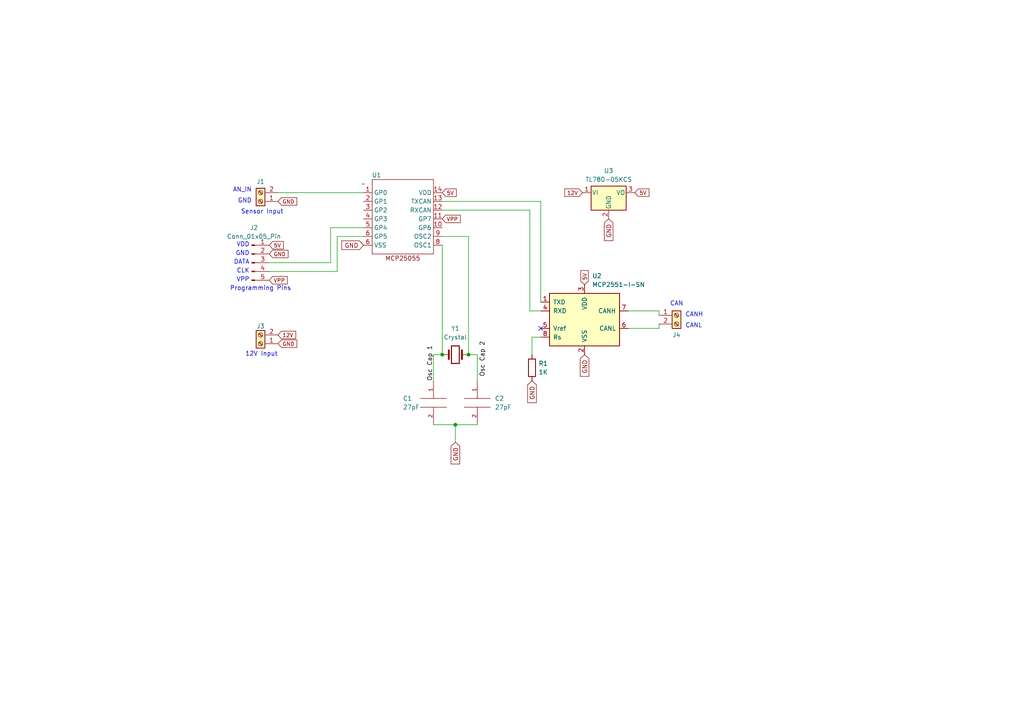
<source format=kicad_sch>
(kicad_sch (version 20230121) (generator eeschema)
  (paper "A4")
  (lib_symbols
    (symbol "Analog_ADC:MCP25055"
      (property "Reference" "U" (at 3.81 2.54 0))
      (symbol "MCP25055_0_1"
        (rectangle (start 2.54 1.27) (end 20.32 -20.32))
      )
      (symbol "MCP25055_1_1"
        (text "MCP25055\n" (at 11.43 -21.59 0) (effects (font (size 1.27 1.27))))
        (pin input line (at 0 -2.54 0) (length 2.54) (name "GP0") (number "1"))
        (pin bidirectional line (at 22.86 -12.7 180) (length 2.54) (name "GP6") (number "10"))
        (pin bidirectional line (at 22.86 -10.16 180) (length 2.54) (name "GP7") (number "11"))
        (pin input line (at 22.86 -7.62 180) (length 2.54) (name "RXCAN") (number "12"))
        (pin output line (at 22.86 -5.08 180) (length 2.54) (name "TXCAN") (number "13"))
        (pin power_in line (at 22.86 -2.54 180) (length 2.54) (name "VDD") (number "14"))
        (pin bidirectional line (at 0 -5.08 0) (length 2.54) (name "GP1") (number "2"))
        (pin bidirectional line (at 0 -7.62 0) (length 2.54) (name "GP2") (number "3"))
        (pin bidirectional line (at 0 -10.16 0) (length 2.54) (name "GP3") (number "4"))
        (pin bidirectional line (at 0 -12.7 0) (length 2.54) (name "GP4") (number "5"))
        (pin bidirectional line (at 0 -15.24 0) (length 2.54) (name "GP5") (number "6"))
        (pin power_in line (at 0 -17.78 0) (length 2.54) (name "VSS") (number "6"))
        (pin input line (at 22.86 -17.78 180) (length 2.54) (name "OSC1") (number "8"))
        (pin input line (at 22.86 -15.24 180) (length 2.54) (name "OSC2") (number "9"))
      )
    )
    (symbol "Connector:Conn_01x05_Pin" (pin_names (offset 1.016) hide)
      (property "Reference" "J" (at 0 7.62 0))
      (property "Value" "Conn_01x05_Pin" (at 0 -7.62 0))
      (symbol "Conn_01x05_Pin_1_1"
        (polyline (pts (xy 1.27 -5.08) (xy 0.8636 -5.08)) (stroke (width 0.1524)))
        (polyline (pts (xy 1.27 -2.54) (xy 0.8636 -2.54)) (stroke (width 0.1524)))
        (polyline (pts (xy 1.27 0) (xy 0.8636 0)) (stroke (width 0.1524)))
        (polyline (pts (xy 1.27 2.54) (xy 0.8636 2.54)) (stroke (width 0.1524)))
        (polyline (pts (xy 1.27 5.08) (xy 0.8636 5.08)) (stroke (width 0.1524)))
        (rectangle (start 0.8636 -4.953) (end 0 -5.207) (stroke (width 0.1524)) (fill (type outline)))
        (rectangle (start 0.8636 -2.413) (end 0 -2.667) (stroke (width 0.1524)) (fill (type outline)))
        (rectangle (start 0.8636 0.127) (end 0 -0.127) (stroke (width 0.1524)) (fill (type outline)))
        (rectangle (start 0.8636 2.667) (end 0 2.413) (stroke (width 0.1524)) (fill (type outline)))
        (rectangle (start 0.8636 5.207) (end 0 4.953) (stroke (width 0.1524)) (fill (type outline)))
        (pin passive line (at 5.08 5.08 180) (length 3.81) (name "Pin_1") (number "1"))
        (pin passive line (at 5.08 2.54 180) (length 3.81) (name "Pin_2") (number "2"))
        (pin passive line (at 5.08 0 180) (length 3.81) (name "Pin_3") (number "3"))
        (pin passive line (at 5.08 -2.54 180) (length 3.81) (name "Pin_4") (number "4"))
        (pin passive line (at 5.08 -5.08 180) (length 3.81) (name "Pin_5") (number "5"))
      )
    )
    (symbol "Connector:Screw_Terminal_01x02" (pin_names (offset 1.016) hide)
      (property "Reference" "J" (at 0 2.54 0))
      (property "Value" "Screw_Terminal_01x02" (at 0 -5.08 0))
      (symbol "Screw_Terminal_01x02_1_1"
        (rectangle (start -1.27 1.27) (end 1.27 -3.81) (stroke (width 0.254)) (fill (type background)))
        (circle (center 0 -2.54) (radius 0.635) (stroke (width 0.1524)))
        (polyline (pts (xy -0.5334 -2.2098) (xy 0.3302 -3.048)) (stroke (width 0.1524)))
        (polyline (pts (xy -0.5334 0.3302) (xy 0.3302 -0.508)) (stroke (width 0.1524)))
        (polyline (pts (xy -0.3556 -2.032) (xy 0.508 -2.8702)) (stroke (width 0.1524)))
        (polyline (pts (xy -0.3556 0.508) (xy 0.508 -0.3302)) (stroke (width 0.1524)))
        (circle (center 0 0) (radius 0.635) (stroke (width 0.1524)))
        (pin passive line (at -5.08 0 0) (length 3.81) (name "Pin_1") (number "1"))
        (pin passive line (at -5.08 -2.54 0) (length 3.81) (name "Pin_2") (number "2"))
      )
    )
    (symbol "Device:Crystal" (pin_numbers hide) (pin_names (offset 1.016) hide)
      (property "Reference" "Y" (at 0 3.81 0))
      (property "Value" "Crystal" (at 0 -3.81 0))
      (symbol "Crystal_0_1"
        (rectangle (start -1.143 2.54) (end 1.143 -2.54) (stroke (width 0.3048)))
        (polyline (pts (xy -2.54 0) (xy -1.905 0)))
        (polyline (pts (xy -1.905 -1.27) (xy -1.905 1.27)) (stroke (width 0.508)))
        (polyline (pts (xy 1.905 -1.27) (xy 1.905 1.27)) (stroke (width 0.508)))
        (polyline (pts (xy 2.54 0) (xy 1.905 0)))
      )
      (symbol "Crystal_1_1"
        (pin passive line (at -3.81 0 0) (length 1.27) (name "1") (number "1"))
        (pin passive line (at 3.81 0 180) (length 1.27) (name "2") (number "2"))
      )
    )
    (symbol "Device:R" (pin_numbers hide) (pin_names (offset 0))
      (property "Reference" "R" (at 2.032 0 90))
      (property "Value" "R" (at 0 0 90))
      (symbol "R_0_1"
        (rectangle (start -1.016 -2.54) (end 1.016 2.54) (stroke (width 0.254)))
      )
      (symbol "R_1_1"
        (pin passive line (at 0 3.81 270) (length 1.27) (name "~") (number "1"))
        (pin passive line (at 0 -3.81 90) (length 1.27) (name "~") (number "2"))
      )
    )
    (symbol "Interface_CAN_LIN:MCP2551-I-SN" (pin_names (offset 1.016))
      (property "Reference" "U" (at -10.16 8.89 0))
      (property "Value" "MCP2551-I-SN" (at 2.54 8.89 0))
      (symbol "MCP2551-I-SN_0_1"
        (rectangle (start -10.16 7.62) (end 10.16 -7.62) (stroke (width 0.254)) (fill (type background)))
      )
      (symbol "MCP2551-I-SN_1_1"
        (pin input line (at -12.7 5.08 0) (length 2.54) (name "TXD") (number "1"))
        (pin power_in line (at 0 -10.16 90) (length 2.54) (name "VSS") (number "2"))
        (pin power_in line (at 0 10.16 270) (length 2.54) (name "VDD") (number "3"))
        (pin output line (at -12.7 2.54 0) (length 2.54) (name "RXD") (number "4"))
        (pin power_out line (at -12.7 -2.54 0) (length 2.54) (name "Vref") (number "5"))
        (pin bidirectional line (at 12.7 -2.54 180) (length 2.54) (name "CANL") (number "6"))
        (pin bidirectional line (at 12.7 2.54 180) (length 2.54) (name "CANH") (number "7"))
        (pin input line (at -12.7 -5.08 0) (length 2.54) (name "Rs") (number "8"))
      )
    )
    (symbol "Regulator_Linear:TL780-05KCS" (pin_names (offset 0.254))
      (property "Reference" "U" (at -3.81 3.175 0))
      (property "Value" "TL780-05KCS" (at 0 3.175 0))
      (symbol "TL780-05KCS_0_1"
        (rectangle (start -5.08 1.905) (end 5.08 -5.08) (stroke (width 0.254)) (fill (type background)))
      )
      (symbol "TL780-05KCS_1_1"
        (pin power_in line (at -7.62 0 0) (length 2.54) (name "VI") (number "1"))
        (pin power_in line (at 0 -7.62 90) (length 2.54) (name "GND") (number "2"))
        (pin power_out line (at 7.62 0 180) (length 2.54) (name "VO") (number "3"))
      )
    )
    (symbol "pspice:CAP" (pin_names (offset 0.254))
      (property "Reference" "C" (at 2.54 3.81 90))
      (property "Value" "CAP" (at 2.54 -3.81 90))
      (symbol "CAP_0_1"
        (polyline (pts (xy -3.81 -1.27) (xy 3.81 -1.27)))
        (polyline (pts (xy -3.81 1.27) (xy 3.81 1.27)))
      )
      (symbol "CAP_1_1"
        (pin passive line (at 0 6.35 270) (length 5.08) (name "~") (number "1"))
        (pin passive line (at 0 -6.35 90) (length 5.08) (name "~") (number "2"))
      )
    )
  )
  (junction (at 135.89 102.87))
  (junction (at 132.08 123.19))
  (junction (at 128.27 102.87))
  (no_connect (at 156.845 95.25))
  (wire (pts (xy 138.43 102.87) (xy 138.43 110.49)))
  (wire (pts (xy 125.73 123.19) (xy 132.08 123.19)))
  (wire (pts (xy 153.67 60.96) (xy 128.27 60.96)))
  (wire (pts (xy 128.27 71.12) (xy 128.27 102.87)))
  (wire (pts (xy 154.305 97.79) (xy 154.305 102.87)))
  (wire (pts (xy 95.885 66.04) (xy 105.41 66.04)))
  (wire (pts (xy 156.845 97.79) (xy 154.305 97.79)))
  (wire (pts (xy 182.245 90.17) (xy 191.135 90.17)))
  (wire (pts (xy 125.73 110.49) (xy 125.73 102.87)))
  (wire (pts (xy 95.885 76.2) (xy 95.885 66.04)))
  (wire (pts (xy 78.105 76.2) (xy 95.885 76.2)))
  (wire (pts (xy 153.67 90.17) (xy 153.67 60.96)))
  (wire (pts (xy 132.08 123.19) (xy 138.43 123.19)))
  (wire (pts (xy 125.73 102.87) (xy 128.27 102.87)))
  (wire (pts (xy 135.89 68.58) (xy 128.27 68.58)))
  (wire (pts (xy 135.89 68.58) (xy 135.89 102.87)))
  (wire (pts (xy 182.245 95.25) (xy 191.135 95.25)))
  (wire (pts (xy 135.89 102.87) (xy 138.43 102.87)))
  (wire (pts (xy 156.845 87.63) (xy 156.845 58.42)))
  (wire (pts (xy 80.645 55.88) (xy 105.41 55.88)))
  (wire (pts (xy 97.79 68.58) (xy 105.41 68.58)))
  (wire (pts (xy 156.845 90.17) (xy 153.67 90.17)))
  (wire (pts (xy 132.08 123.19) (xy 132.08 128.27)))
  (wire (pts (xy 191.135 95.25) (xy 191.135 93.98)))
  (wire (pts (xy 191.135 90.17) (xy 191.135 91.44)))
  (wire (pts (xy 156.845 58.42) (xy 128.27 58.42)))
  (wire (pts (xy 78.105 78.74) (xy 97.79 78.74)))
  (wire (pts (xy 97.79 78.74) (xy 97.79 68.58)))
  (text "12V Input" (at 71.12 103.505 0) (effects (font (size 1.27 1.27)) (justify left bottom)))
  (text "CAN" (at 194.31 88.9 0) (effects (font (size 1.27 1.27)) (justify left bottom)))
  (text "DATA" (at 72.39 76.835 0) (effects (font (size 1.27 1.27)) (justify right bottom)))
  (text "GND\n" (at 73.025 59.055 0) (effects (font (size 1.27 1.27)) (justify right bottom)))
  (text "Sensor Input" (at 69.85 62.23 0) (effects (font (size 1.27 1.27)) (justify left bottom)))
  (text "AN_IN\n" (at 73.025 55.88 0) (effects (font (size 1.27 1.27)) (justify right bottom)))
  (text "VDD\n" (at 72.39 71.755 0) (effects (font (size 1.27 1.27)) (justify right bottom)))
  (text "Programming Pins" (at 66.675 84.455 0) (effects (font (size 1.27 1.27)) (justify left bottom)))
  (text "CANL" (at 198.755 95.25 0) (effects (font (size 1.27 1.27)) (justify left bottom)))
  (text "VPP" (at 72.39 81.915 0) (effects (font (size 1.27 1.27)) (justify right bottom)))
  (text "GND" (at 72.39 74.295 0) (effects (font (size 1.27 1.27)) (justify right bottom)))
  (text "CANH" (at 198.755 92.075 0) (effects (font (size 1.27 1.27)) (justify left bottom)))
  (text "CLK" (at 72.39 79.375 0) (effects (font (size 1.27 1.27)) (justify right bottom)))
  (label "Osc Cap 1" (at 125.73 110.49 90))
  (label "Osc Cap 2" (at 140.97 109.22 90))
  (global_label "12V" (shape input) (at 168.91 55.88 180) (effects (font (size 1.1 1.1))) (property "Intersheetrefs" "${INTERSHEET_REFS}" (effects hide)))
  (global_label "12V" (shape input) (at 80.645 97.155 0) (effects (font (size 1.1 1.1))) (property "Intersheetrefs" "${INTERSHEET_REFS}" (effects hide)))
  (global_label "GND" (shape input) (at 132.08 128.27 270) (property "Intersheetrefs" "${INTERSHEET_REFS}" (effects hide)))
  (global_label "GND" (shape input) (at 80.645 58.42 0) (effects (font (size 1.1 1.1))) (property "Intersheetrefs" "${INTERSHEET_REFS}" (effects hide)))
  (global_label "GND" (shape input) (at 176.53 63.5 270) (property "Intersheetrefs" "${INTERSHEET_REFS}" (effects hide)))
  (global_label "GND" (shape input) (at 169.545 102.87 270) (property "Intersheetrefs" "${INTERSHEET_REFS}" (effects hide)))
  (global_label "5V" (shape input) (at 184.15 55.88 0) (effects (font (size 1.1 1.1))) (property "Intersheetrefs" "${INTERSHEET_REFS}" (effects hide)))
  (global_label "5V" (shape input) (at 78.105 71.12 0) (effects (font (size 1.1 1.1))) (property "Intersheetrefs" "${INTERSHEET_REFS}" (effects hide)))
  (global_label "VPP" (shape input) (at 128.27 63.5 0) (effects (font (size 1.1 1.1))) (property "Intersheetrefs" "${INTERSHEET_REFS}" (effects hide)))
  (global_label "GND" (shape input) (at 78.105 73.66 0) (effects (font (size 1.1 1.1))) (property "Intersheetrefs" "${INTERSHEET_REFS}" (effects hide)))
  (global_label "5V" (shape input) (at 169.545 82.55 90) (effects (font (size 1.1 1.1))) (property "Intersheetrefs" "${INTERSHEET_REFS}" (effects hide)))
  (global_label "GND" (shape input) (at 105.41 71.12 180) (property "Intersheetrefs" "${INTERSHEET_REFS}" (effects hide)))
  (global_label "GND" (shape input) (at 80.645 99.695 0) (effects (font (size 1.1 1.1))) (property "Intersheetrefs" "${INTERSHEET_REFS}" (effects hide)))
  (global_label "VPP" (shape input) (at 78.105 81.28 0) (effects (font (size 1.1 1.1))) (property "Intersheetrefs" "${INTERSHEET_REFS}" (effects hide)))
  (global_label "GND" (shape input) (at 154.305 110.49 270) (property "Intersheetrefs" "${INTERSHEET_REFS}" (effects hide)))
  (global_label "5V" (shape input) (at 128.27 55.88 0) (effects (font (size 1.1 1.1))) (property "Intersheetrefs" "${INTERSHEET_REFS}" (effects hide)))
  (symbol (lib_id "pspice:CAP") (at 125.73 116.84 0) (unit 1)
    (property "Reference" "C1" (at 116.84 115.57 0) (effects (justify left)))
    (property "Value" "27pF" (at 116.84 118.11 0) (effects (justify left)))
    (property "Footprint" "Capacitor_THT:C_Disc_D4.7mm_W2.5mm_P5.00mm" (effects hide))
  )
  (symbol (lib_id "Connector:Conn_01x05_Pin") (at 73.025 76.2 0) (unit 1)
    (property "Reference" "J2" (at 73.66 66.04 0))
    (property "Value" "Conn_01x05_Pin" (at 73.66 68.58 0))
  )
  (symbol (lib_id "Connector:Screw_Terminal_01x02") (at 75.565 58.42 180) (unit 1)
    (property "Reference" "J1" (at 75.565 52.705 0))
    (property "Value" "Screw_Terminal_01x02" (effects hide))
  )
  (symbol (lib_id "Interface_CAN_LIN:MCP2551-I-SN") (at 169.545 92.71 0) (unit 1)
    (property "Reference" "U2" (at 171.7391 80.01 0) (effects (justify left)))
    (property "Value" "MCP2551-I-SN" (at 171.7391 82.55 0) (effects (justify left)))
    (property "Footprint" "Package_SO:SOIC-8_3.9x4.9mm_P1.27mm" (effects hide))
    (property "Datasheet" "http://ww1.microchip.com/downloads/en/devicedoc/21667d.pdf" (effects hide))
  )
  (symbol (lib_id "Connector:Screw_Terminal_01x02") (at 196.215 91.44 0) (unit 1)
    (property "Reference" "J4" (at 196.215 97.155 0))
    (property "Value" "Screw_Terminal_01x02" (effects hide))
  )
  (symbol (lib_id "Device:Crystal") (at 132.08 102.87 0) (unit 1)
    (property "Reference" "Y1" (at 132.08 95.25 0))
    (property "Value" "Crystal" (at 132.08 97.79 0))
    (property "Footprint" "Osc:9B-16.000MAAJ-B" (effects hide))
  )
  (symbol (lib_id "pspice:CAP") (at 138.43 116.84 0) (unit 1)
    (property "Reference" "C2" (at 143.51 115.5699 0) (effects (justify left)))
    (property "Value" "27pF" (at 143.51 118.1099 0) (effects (justify left)))
    (property "Footprint" "Capacitor_THT:C_Disc_D4.7mm_W2.5mm_P5.00mm" (effects hide))
  )
  (symbol (lib_id "Device:R") (at 154.305 106.68 0) (unit 1)
    (property "Reference" "R1" (at 156.21 105.41 0) (effects (justify left)))
    (property "Value" "1K" (at 156.21 107.95 0) (effects (justify left)))
  )
  (symbol (lib_id "Analog_ADC:MCP25055") (at 105.41 53.34 0) (unit 1)
    (property "Reference" "U1" (at 109.22 50.8 0))
    (property "Value" "~" (at 105.41 53.34 0))
  )
  (symbol (lib_id "Connector:Screw_Terminal_01x02") (at 75.565 99.695 180) (unit 1)
    (property "Reference" "J3" (at 75.565 94.615 0))
    (property "Value" "Screw_Terminal_01x02" (effects hide))
  )
  (symbol (lib_id "Regulator_Linear:TL780-05KCS") (at 176.53 55.88 0) (unit 1)
    (property "Reference" "U3" (at 176.53 49.53 0))
    (property "Value" "TL780-05KCS" (at 176.53 52.07 0))
    (property "Footprint" "Package_TO_SOT_THT:TO-220-3_Vertical" (effects hide))
    (property "Datasheet" "https://www.onsemi.cn/PowerSolutions/document/MC7800-D.PDF" (effects hide))
  )
)
</source>
